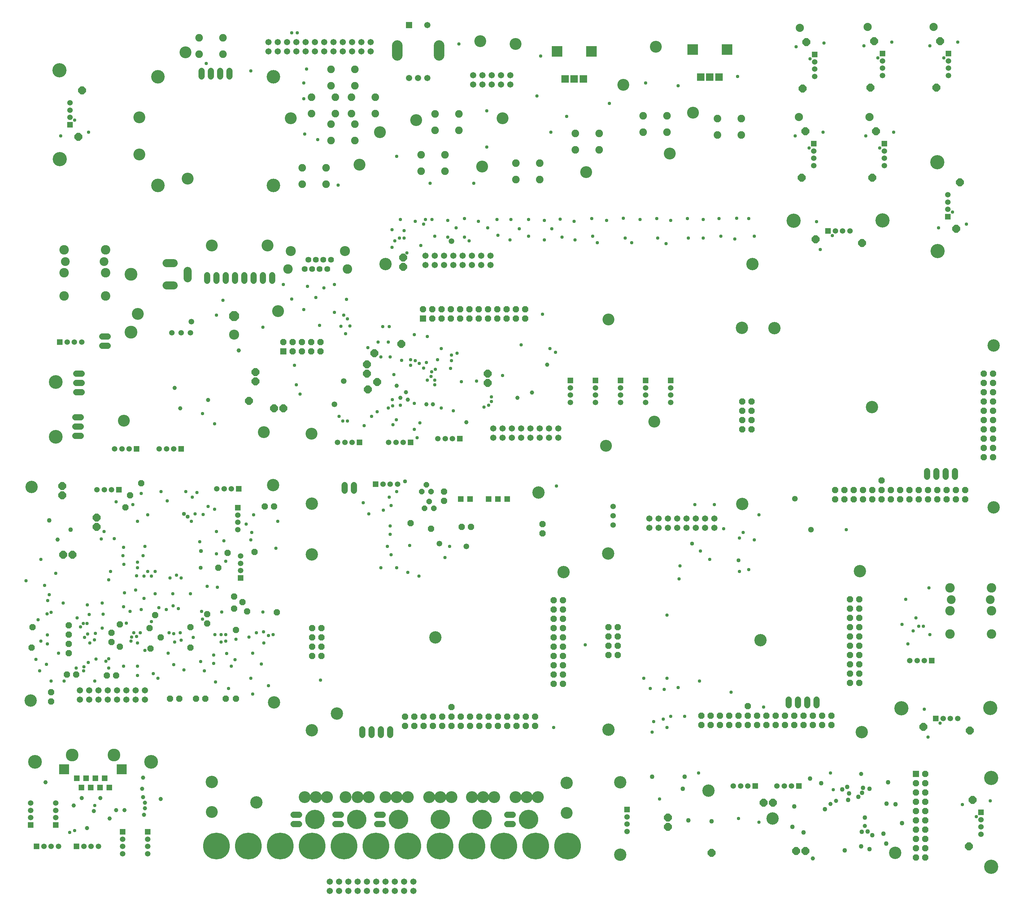
<source format=gbr>
G04 EAGLE Gerber RS-274X export*
G75*
%MOMM*%
%FSLAX34Y34*%
%LPD*%
%INSoldermask Bottom*%
%IPPOS*%
%AMOC8*
5,1,8,0,0,1.08239X$1,22.5*%
G01*
%ADD10C,3.378200*%
%ADD11C,5.283200*%
%ADD12C,2.235200*%
%ADD13C,3.759200*%
%ADD14C,3.251200*%
%ADD15C,3.703200*%
%ADD16C,3.886200*%
%ADD17C,3.505200*%
%ADD18P,2.309387X8X202.500000*%
%ADD19P,2.309387X8X22.500000*%
%ADD20R,2.984500X2.984500*%
%ADD21R,2.003200X2.003200*%
%ADD22P,1.869504X8X112.500000*%
%ADD23P,1.869504X8X22.500000*%
%ADD24C,2.603200*%
%ADD25C,2.403200*%
%ADD26C,2.082800*%
%ADD27R,1.511200X1.511200*%
%ADD28C,1.511200*%
%ADD29P,1.649562X8X22.500000*%
%ADD30C,1.727200*%
%ADD31R,1.600200X1.600200*%
%ADD32C,3.479800*%
%ADD33R,2.679700X2.679700*%
%ADD34P,1.869504X8X202.500000*%
%ADD35C,1.711200*%
%ADD36C,1.625600*%
%ADD37C,2.753200*%
%ADD38R,1.711200X1.711200*%
%ADD39C,2.903200*%
%ADD40R,1.727200X1.727200*%
%ADD41P,2.309387X8X112.500000*%
%ADD42C,2.203200*%
%ADD43C,2.743200*%
%ADD44P,2.969212X8X112.500000*%
%ADD45P,1.869504X8X292.500000*%
%ADD46C,0.959600*%
%ADD47C,1.159600*%
%ADD48C,1.259600*%
%ADD49C,1.553200*%
%ADD50C,7.315200*%
%ADD51C,1.109600*%


D10*
X824230Y943610D03*
X1512570Y895350D03*
X824230Y462280D03*
X1634490Y946150D03*
X2322830Y897890D03*
X1634998Y464566D03*
X2000250Y1563624D03*
X2688336Y1515364D03*
X2001012Y1081786D03*
X1521460Y318770D03*
X1667510Y320040D03*
X673100Y265430D03*
X55880Y543560D03*
X58420Y1127760D03*
X718820Y1132840D03*
X721360Y538480D03*
X1162050Y716280D03*
X2051050Y708660D03*
X2355850Y1346200D03*
X1443990Y1112520D03*
X824230Y1082040D03*
X2688590Y1071880D03*
X2089150Y1562100D03*
X892810Y508000D03*
X2327910Y457200D03*
X551180Y321310D03*
X2084070Y220980D03*
X2419350Y127000D03*
X1908810Y297180D03*
X1667510Y121920D03*
D11*
X833120Y218440D03*
X947420Y218440D03*
X1061720Y218440D03*
X1176020Y218440D03*
X1290320Y218440D03*
X1417320Y218440D03*
D12*
X2158246Y2384044D03*
D13*
X67310Y375920D03*
X384810Y375920D03*
D14*
X551180Y1788160D03*
X703580Y1788160D03*
X478790Y2316480D03*
X353060Y2138680D03*
X767080Y2136140D03*
X485140Y1971040D03*
X1290320Y2004060D03*
X1803400Y2039620D03*
X1381760Y2339340D03*
X1765300Y2331720D03*
X348437Y1601216D03*
X731977Y1608785D03*
X310337Y1309091D03*
X823443Y1273454D03*
X1628546Y1240536D03*
X1635049Y1585849D03*
X353060Y2037080D03*
X1760677Y1306500D03*
X1574800Y1988820D03*
X1676400Y2227580D03*
X1866900Y2151380D03*
X1346200Y2136140D03*
X1109980Y2131060D03*
X955040Y2009140D03*
X1010920Y2098040D03*
X1285240Y2346960D03*
X693420Y1277620D03*
X1521460Y236220D03*
X551180Y238760D03*
D12*
X2343666Y2386584D03*
X2155706Y2140204D03*
X2348746Y2140204D03*
X2524006Y2386584D03*
D10*
X2029460Y1737360D03*
X1026160Y1737360D03*
D13*
X124460Y1414780D03*
X124460Y1264920D03*
D15*
X719340Y2250080D03*
X403340Y2250080D03*
X719340Y1953080D03*
X403340Y1953080D03*
D16*
X2682240Y89408D03*
X2681986Y331978D03*
X2679192Y523240D03*
X2436622Y522986D03*
X134620Y2267712D03*
X134874Y2025142D03*
X2384552Y1856740D03*
X2141982Y1856486D03*
X2534920Y2016252D03*
X2535174Y1773682D03*
D17*
X330200Y1710182D03*
X330200Y1551432D03*
D18*
X236220Y1018540D03*
D19*
X236220Y1043940D03*
D20*
X1494955Y2319020D03*
X1588605Y2319020D03*
D21*
X1516780Y2244020D03*
X1541780Y2244020D03*
X1566780Y2244020D03*
D20*
X1865795Y2324100D03*
X1959445Y2324100D03*
D21*
X1887620Y2249100D03*
X1912620Y2249100D03*
X1937620Y2249100D03*
D22*
X850900Y665480D03*
X825500Y665480D03*
X850900Y690880D03*
X825500Y690880D03*
X850900Y716280D03*
X825500Y716280D03*
X850900Y741680D03*
X825500Y741680D03*
X1661160Y668020D03*
X1635760Y668020D03*
X1661160Y693420D03*
X1635760Y693420D03*
X1661160Y718820D03*
X1635760Y718820D03*
X1661160Y744220D03*
X1635760Y744220D03*
X2026920Y1285240D03*
X2001520Y1285240D03*
X2026920Y1310640D03*
X2001520Y1310640D03*
X2026920Y1336040D03*
X2001520Y1336040D03*
X2026920Y1361440D03*
X2001520Y1361440D03*
X1511300Y589280D03*
X1485900Y589280D03*
X1511300Y614680D03*
X1485900Y614680D03*
X1511300Y640080D03*
X1485900Y640080D03*
X1511300Y665480D03*
X1485900Y665480D03*
X1511300Y690880D03*
X1485900Y690880D03*
X1511300Y716280D03*
X1485900Y716280D03*
X1511300Y741680D03*
X1485900Y741680D03*
X1511300Y767080D03*
X1485900Y767080D03*
X1511300Y792480D03*
X1485900Y792480D03*
X1511300Y817880D03*
X1485900Y817880D03*
X2321560Y591820D03*
X2296160Y591820D03*
X2321560Y617220D03*
X2296160Y617220D03*
X2321560Y642620D03*
X2296160Y642620D03*
X2321560Y668020D03*
X2296160Y668020D03*
X2321560Y693420D03*
X2296160Y693420D03*
X2321560Y718820D03*
X2296160Y718820D03*
X2321560Y744220D03*
X2296160Y744220D03*
X2321560Y769620D03*
X2296160Y769620D03*
X2321560Y795020D03*
X2296160Y795020D03*
X2321560Y820420D03*
X2296160Y820420D03*
X2687320Y1209040D03*
X2661920Y1209040D03*
X2687320Y1234440D03*
X2661920Y1234440D03*
X2687320Y1259840D03*
X2661920Y1259840D03*
X2687320Y1285240D03*
X2661920Y1285240D03*
X2687320Y1310640D03*
X2661920Y1310640D03*
X2687320Y1336040D03*
X2661920Y1336040D03*
X2687320Y1361440D03*
X2661920Y1361440D03*
X2687320Y1386840D03*
X2661920Y1386840D03*
X2687320Y1412240D03*
X2661920Y1412240D03*
X2687320Y1437640D03*
X2661920Y1437640D03*
D23*
X1079246Y474472D03*
X1079246Y499872D03*
X1104646Y474472D03*
X1104646Y499872D03*
X1130046Y474472D03*
X1130046Y499872D03*
X1155446Y474472D03*
X1155446Y499872D03*
X1180846Y474472D03*
X1180846Y499872D03*
X1206246Y474472D03*
X1206246Y499872D03*
X1231646Y474472D03*
X1231646Y499872D03*
X1257046Y474472D03*
X1257046Y499872D03*
X1282446Y474472D03*
X1282446Y499872D03*
X1307846Y474472D03*
X1307846Y499872D03*
X1333246Y474472D03*
X1333246Y499872D03*
X1358646Y474472D03*
X1358646Y499872D03*
X1384046Y474472D03*
X1384046Y499872D03*
X1409446Y474472D03*
X1409446Y499872D03*
X1434846Y474472D03*
X1434846Y499872D03*
X1889252Y477266D03*
X1889252Y502666D03*
X1914652Y477266D03*
X1914652Y502666D03*
X1940052Y477266D03*
X1940052Y502666D03*
X1965452Y477266D03*
X1965452Y502666D03*
X1990852Y477266D03*
X1990852Y502666D03*
X2016252Y477266D03*
X2016252Y502666D03*
X2041652Y477266D03*
X2041652Y502666D03*
X2067052Y477266D03*
X2067052Y502666D03*
X2092452Y477266D03*
X2092452Y502666D03*
X2117852Y477266D03*
X2117852Y502666D03*
X2143252Y477266D03*
X2143252Y502666D03*
X2168652Y477266D03*
X2168652Y502666D03*
X2194052Y477266D03*
X2194052Y502666D03*
X2219452Y477266D03*
X2219452Y502666D03*
X2244852Y477266D03*
X2244852Y502666D03*
X2254758Y1094486D03*
X2254758Y1119886D03*
X2280158Y1094486D03*
X2280158Y1119886D03*
X2305558Y1094486D03*
X2305558Y1119886D03*
X2330958Y1094486D03*
X2330958Y1119886D03*
X2356358Y1094486D03*
X2356358Y1119886D03*
X2381758Y1094486D03*
X2381758Y1119886D03*
X2407158Y1094486D03*
X2407158Y1119886D03*
X2432558Y1094486D03*
X2432558Y1119886D03*
X2457958Y1094486D03*
X2457958Y1119886D03*
X2483358Y1094486D03*
X2483358Y1119886D03*
X2508758Y1094486D03*
X2508758Y1119886D03*
X2534158Y1094486D03*
X2534158Y1119886D03*
X2559558Y1094486D03*
X2559558Y1119886D03*
X2584958Y1094486D03*
X2584958Y1119886D03*
X2610358Y1094486D03*
X2610358Y1119886D03*
D24*
X260000Y1713640D03*
X147000Y1713640D03*
X260000Y1776640D03*
X147000Y1776640D03*
X260000Y1650640D03*
X147000Y1650640D03*
D25*
X150500Y1744640D03*
X256500Y1744640D03*
D26*
X1382268Y2013966D03*
X1447292Y2013966D03*
X1382268Y1968754D03*
X1447292Y1968754D03*
X1544828Y2095246D03*
X1609852Y2095246D03*
X1544828Y2050034D03*
X1609852Y2050034D03*
X1730248Y2143506D03*
X1795272Y2143506D03*
X1730248Y2098294D03*
X1795272Y2098294D03*
X1933448Y2135886D03*
X1998472Y2135886D03*
X1933448Y2090674D03*
X1998472Y2090674D03*
X876808Y2270506D03*
X941832Y2270506D03*
X876808Y2225294D03*
X941832Y2225294D03*
X876808Y2120646D03*
X941832Y2120646D03*
X876808Y2075434D03*
X941832Y2075434D03*
X932688Y2194306D03*
X997712Y2194306D03*
X932688Y2149094D03*
X997712Y2149094D03*
X823468Y2194306D03*
X888492Y2194306D03*
X823468Y2149094D03*
X888492Y2149094D03*
X798068Y2001266D03*
X863092Y2001266D03*
X798068Y1956054D03*
X863092Y1956054D03*
X1123188Y2036826D03*
X1188212Y2036826D03*
X1123188Y1991614D03*
X1188212Y1991614D03*
X1161288Y2148586D03*
X1226312Y2148586D03*
X1161288Y2103374D03*
X1226312Y2103374D03*
D27*
X1531620Y1419380D03*
D28*
X1531620Y1399380D03*
X1531620Y1379380D03*
X1531620Y1359380D03*
D27*
X1600200Y1419380D03*
D28*
X1600200Y1399380D03*
X1600200Y1379380D03*
X1600200Y1359380D03*
D27*
X1668780Y1419380D03*
D28*
X1668780Y1399380D03*
X1668780Y1379380D03*
X1668780Y1359380D03*
D27*
X1737360Y1419380D03*
D28*
X1737360Y1399380D03*
X1737360Y1379380D03*
X1737360Y1359380D03*
D27*
X1805940Y1419380D03*
D28*
X1805940Y1399380D03*
X1805940Y1379380D03*
X1805940Y1359380D03*
D27*
X1231900Y1094740D03*
X1257300Y1094740D03*
X1308100Y1094740D03*
X1333500Y1094740D03*
X1358900Y1094740D03*
D29*
X1125220Y1115060D03*
X1137920Y1134110D03*
X1150620Y1115060D03*
X1132840Y1069340D03*
X1145540Y1088390D03*
X1158240Y1069340D03*
D30*
X914400Y1117600D02*
X914400Y1132840D01*
X939800Y1132840D02*
X939800Y1117600D01*
D28*
X492760Y1549400D03*
X467360Y1549400D03*
X441960Y1549400D03*
D31*
X181610Y331470D03*
X194310Y306070D03*
X207010Y331470D03*
X219710Y306070D03*
X232410Y331470D03*
X245110Y306070D03*
X257810Y331470D03*
X270510Y306070D03*
D32*
X168910Y394970D03*
X283210Y394970D03*
D33*
X147320Y356108D03*
X304800Y356108D03*
D23*
X160020Y723900D03*
X160020Y698500D03*
X111760Y541020D03*
X60960Y744220D03*
X58420Y688340D03*
X111760Y566420D03*
X276860Y728980D03*
X276860Y703580D03*
X154940Y614680D03*
X160020Y749300D03*
X160020Y673100D03*
X180340Y614680D03*
X381000Y741680D03*
X383540Y685800D03*
X264160Y612140D03*
X299720Y751840D03*
X299720Y690880D03*
X289560Y612140D03*
X492760Y744220D03*
X492760Y688340D03*
X436880Y548640D03*
X396240Y777240D03*
X411480Y716280D03*
X462280Y548640D03*
X612140Y795020D03*
X617220Y736600D03*
X508000Y548640D03*
X538480Y779780D03*
X538480Y754380D03*
X533400Y548640D03*
X612140Y828040D03*
X728980Y784860D03*
X589280Y548640D03*
X635000Y812800D03*
X647700Y787400D03*
X617220Y548640D03*
D19*
X144780Y942340D03*
X170180Y942340D03*
X142240Y1130300D03*
X142240Y1104900D03*
D27*
X624360Y1122680D03*
D28*
X604360Y1122680D03*
X584360Y1122680D03*
X564360Y1122680D03*
D27*
X629920Y879320D03*
D28*
X629920Y899320D03*
X629920Y919320D03*
X629920Y939320D03*
D27*
X2036600Y309880D03*
D28*
X2016600Y309880D03*
X1996600Y309880D03*
X1976600Y309880D03*
D27*
X2155980Y309880D03*
D28*
X2135980Y309880D03*
X2115980Y309880D03*
X2095980Y309880D03*
D27*
X954560Y1249680D03*
D28*
X934560Y1249680D03*
X914560Y1249680D03*
X894560Y1249680D03*
D27*
X1094260Y1249680D03*
D28*
X1074260Y1249680D03*
X1054260Y1249680D03*
X1034260Y1249680D03*
X1648460Y1023620D03*
X1648460Y1049020D03*
X1648460Y1074420D03*
D23*
X1455420Y1026160D03*
D34*
X1455420Y1000760D03*
D22*
X1234440Y1018540D03*
X1259840Y1018540D03*
D19*
X1798320Y223520D03*
D18*
X1917700Y127000D03*
D19*
X1798320Y198120D03*
X2174240Y132080D03*
X2148840Y132080D03*
D27*
X1686560Y245900D03*
D28*
X1686560Y225900D03*
X1686560Y205900D03*
X1686560Y185900D03*
D35*
X873760Y22860D03*
X873760Y48260D03*
X899160Y22860D03*
X899160Y48260D03*
X924560Y22860D03*
X924560Y48260D03*
X949960Y22860D03*
X949960Y48260D03*
X975360Y22860D03*
X975360Y48260D03*
X1000760Y22860D03*
X1000760Y48260D03*
X1026160Y22860D03*
X1026160Y48260D03*
X1051560Y22860D03*
X1051560Y48260D03*
X1076960Y22860D03*
X1076960Y48260D03*
X1102360Y22860D03*
X1102360Y48260D03*
D30*
X789940Y205740D02*
X774700Y205740D01*
X774700Y231140D02*
X789940Y231140D01*
X889000Y205740D02*
X904240Y205740D01*
X904240Y231140D02*
X889000Y231140D01*
X1358900Y205740D02*
X1374140Y205740D01*
X1374140Y231140D02*
X1358900Y231140D01*
X1018540Y205740D02*
X1003300Y205740D01*
X1003300Y231140D02*
X1018540Y231140D01*
D27*
X296700Y1120140D03*
D28*
X276700Y1120140D03*
X256700Y1120140D03*
X236700Y1120140D03*
D18*
X2085340Y264160D03*
X2059940Y264160D03*
D27*
X466880Y1231900D03*
D28*
X446880Y1231900D03*
X426880Y1231900D03*
X406880Y1231900D03*
D27*
X344960Y1231900D03*
D28*
X324960Y1231900D03*
X304960Y1231900D03*
X284960Y1231900D03*
D19*
X652180Y1363220D03*
X746160Y1342900D03*
X720760Y1342900D03*
X669960Y1416560D03*
X669960Y1441960D03*
D27*
X124460Y203680D03*
D28*
X124460Y223680D03*
X124460Y243680D03*
X124460Y263680D03*
D27*
X71600Y144780D03*
D28*
X91600Y144780D03*
X111600Y144780D03*
X131600Y144780D03*
D27*
X55880Y203680D03*
D28*
X55880Y223680D03*
X55880Y243680D03*
X55880Y263680D03*
D27*
X180820Y144780D03*
D28*
X200820Y144780D03*
X220820Y144780D03*
X240820Y144780D03*
D27*
X307340Y184940D03*
D28*
X307340Y164940D03*
X307340Y144940D03*
X307340Y124940D03*
D27*
X375920Y184940D03*
D28*
X375920Y164940D03*
X375920Y144940D03*
X375920Y124940D03*
D27*
X2199140Y2310920D03*
D28*
X2199140Y2290920D03*
X2199140Y2270920D03*
X2199140Y2250920D03*
D19*
X2166120Y2217420D03*
X2176280Y2344420D03*
D36*
X876440Y1749920D03*
X866240Y1724520D03*
X856040Y1749920D03*
X845840Y1724520D03*
X835640Y1749920D03*
X825440Y1724520D03*
X815240Y1749920D03*
X805040Y1724520D03*
D24*
X921990Y1724520D03*
X759490Y1724520D03*
D37*
X915140Y1772920D03*
X766340Y1772920D03*
D26*
X516128Y2356866D03*
X581152Y2356866D03*
X516128Y2311654D03*
X581152Y2311654D03*
D30*
X716280Y1706880D02*
X716280Y1691640D01*
X690880Y1691640D02*
X690880Y1706880D01*
X665480Y1706880D02*
X665480Y1691640D01*
X640080Y1691640D02*
X640080Y1706880D01*
X614680Y1706880D02*
X614680Y1691640D01*
X589280Y1691640D02*
X589280Y1706880D01*
X563880Y1706880D02*
X563880Y1691640D01*
X538480Y1691640D02*
X538480Y1706880D01*
X266700Y1513840D02*
X251460Y1513840D01*
X251460Y1539240D02*
X266700Y1539240D01*
D35*
X985520Y2319720D03*
X985520Y2345120D03*
X960120Y2319720D03*
X960120Y2345120D03*
X934720Y2319720D03*
X934720Y2345120D03*
X909320Y2319720D03*
X909320Y2345120D03*
X883920Y2319720D03*
X883920Y2345120D03*
X858520Y2319720D03*
X858520Y2345120D03*
X833120Y2319720D03*
X833120Y2345120D03*
X807720Y2319720D03*
X807720Y2345120D03*
X782320Y2319720D03*
X782320Y2345120D03*
X756920Y2319720D03*
X756920Y2345120D03*
X731520Y2319720D03*
X731520Y2345120D03*
X706120Y2319720D03*
X706120Y2345120D03*
X1140060Y2391560D03*
D38*
X1090060Y2391560D03*
D35*
X1090060Y2246560D03*
X1115060Y2246560D03*
X1140060Y2246560D03*
D39*
X1058060Y2308060D02*
X1058060Y2335060D01*
X1172060Y2335060D02*
X1172060Y2308060D01*
D35*
X1366980Y2229220D03*
X1366980Y2254620D03*
X1341580Y2229220D03*
X1341580Y2254620D03*
X1316180Y2229220D03*
X1316180Y2254620D03*
X1290780Y2229220D03*
X1290780Y2254620D03*
X1265380Y2229220D03*
X1265380Y2254620D03*
D30*
X522620Y2250420D02*
X522620Y2265660D01*
X548020Y2265660D02*
X548020Y2250420D01*
X573420Y2250420D02*
X573420Y2265660D01*
X598820Y2265660D02*
X598820Y2250420D01*
D40*
X746760Y1498600D03*
D23*
X746760Y1524000D03*
X772160Y1498600D03*
X772160Y1524000D03*
X797560Y1498600D03*
X797560Y1524000D03*
X822960Y1498600D03*
X822960Y1524000D03*
X848360Y1498600D03*
X848360Y1524000D03*
D40*
X1128344Y1589049D03*
D23*
X1128344Y1614449D03*
X1153744Y1589049D03*
X1153744Y1614449D03*
X1179144Y1589049D03*
X1179144Y1614449D03*
X1204544Y1589049D03*
X1204544Y1614449D03*
X1229944Y1589049D03*
X1229944Y1614449D03*
X1255344Y1589049D03*
X1255344Y1614449D03*
X1280744Y1589049D03*
X1280744Y1614449D03*
X1306144Y1589049D03*
X1306144Y1614449D03*
X1331544Y1589049D03*
X1331544Y1614449D03*
X1356944Y1589049D03*
X1356944Y1614449D03*
X1382344Y1589049D03*
X1382344Y1614449D03*
X1407744Y1589049D03*
X1407744Y1614449D03*
D30*
X193040Y1292860D02*
X177800Y1292860D01*
X177800Y1267460D02*
X193040Y1267460D01*
X193040Y1318260D02*
X177800Y1318260D01*
X180340Y1412240D02*
X195580Y1412240D01*
X195580Y1386840D02*
X180340Y1386840D01*
X180340Y1437640D02*
X195580Y1437640D01*
D27*
X2384560Y2313460D03*
D28*
X2384560Y2293460D03*
X2384560Y2273460D03*
X2384560Y2253460D03*
D19*
X2351540Y2219960D03*
X2361700Y2346960D03*
D27*
X2196600Y2067080D03*
D28*
X2196600Y2047080D03*
X2196600Y2027080D03*
X2196600Y2007080D03*
D19*
X2163580Y1973580D03*
X2173740Y2100580D03*
D27*
X2389640Y2067080D03*
D28*
X2389640Y2047080D03*
X2389640Y2027080D03*
X2389640Y2007080D03*
D19*
X2356620Y1973580D03*
X2366780Y2100580D03*
D27*
X163060Y2118840D03*
D28*
X163060Y2138840D03*
X163060Y2158840D03*
X163060Y2178840D03*
D18*
X196080Y2212340D03*
X185920Y2085340D03*
D27*
X2563360Y1867380D03*
D28*
X2563360Y1887380D03*
X2563360Y1907380D03*
X2563360Y1927380D03*
D18*
X2596380Y1960880D03*
X2586220Y1833880D03*
D27*
X2235680Y1828300D03*
D28*
X2255680Y1828300D03*
X2275680Y1828300D03*
X2295680Y1828300D03*
D41*
X2329180Y1795280D03*
X2202180Y1805440D03*
D27*
X2564900Y2313460D03*
D28*
X2564900Y2293460D03*
X2564900Y2273460D03*
X2564900Y2253460D03*
D19*
X2531880Y2219960D03*
X2542040Y2346960D03*
D27*
X2653800Y238280D03*
D28*
X2653800Y218280D03*
X2653800Y198280D03*
X2653800Y178280D03*
D19*
X2620780Y144780D03*
X2630940Y271780D03*
D27*
X2530320Y494800D03*
D28*
X2550320Y494800D03*
X2570320Y494800D03*
X2590320Y494800D03*
D41*
X2623820Y461780D03*
X2496820Y471940D03*
D27*
X622300Y1071400D03*
D28*
X622300Y1051400D03*
X622300Y1031400D03*
X622300Y1011400D03*
D27*
X1228880Y1259840D03*
D28*
X1208880Y1259840D03*
X1188880Y1259840D03*
X1168880Y1259840D03*
D42*
X446880Y1678940D02*
X426880Y1678940D01*
X484880Y1698940D02*
X484880Y1718940D01*
X446880Y1739940D02*
X426880Y1739940D01*
D43*
X612140Y1544320D03*
D44*
X612140Y1595120D03*
D24*
X2569560Y789080D03*
X2682560Y789080D03*
X2569560Y852080D03*
X2682560Y852080D03*
X2569560Y726080D03*
X2682560Y726080D03*
D25*
X2679060Y820080D03*
X2573060Y820080D03*
D27*
X135100Y1524000D03*
D28*
X155100Y1524000D03*
X175100Y1524000D03*
X195100Y1524000D03*
D27*
X998700Y1135380D03*
D28*
X1018700Y1135380D03*
X1038700Y1135380D03*
X1058700Y1135380D03*
D27*
X2519200Y652780D03*
D28*
X2499200Y652780D03*
X2479200Y652780D03*
X2459200Y652780D03*
D40*
X2476500Y342900D03*
D45*
X2501900Y342900D03*
X2476500Y317500D03*
X2501900Y317500D03*
X2476500Y292100D03*
X2501900Y292100D03*
X2476500Y266700D03*
X2501900Y266700D03*
X2476500Y241300D03*
X2501900Y241300D03*
X2476500Y215900D03*
X2501900Y215900D03*
X2476500Y190500D03*
X2501900Y190500D03*
X2476500Y165100D03*
X2501900Y165100D03*
X2476500Y139700D03*
X2501900Y139700D03*
X2476500Y114300D03*
X2501900Y114300D03*
D35*
X1747520Y1016000D03*
X1747520Y1041400D03*
X1772920Y1016000D03*
X1772920Y1041400D03*
X1798320Y1016000D03*
X1798320Y1041400D03*
X1823720Y1016000D03*
X1823720Y1041400D03*
X1849120Y1016000D03*
X1849120Y1041400D03*
X1874520Y1016000D03*
X1874520Y1041400D03*
X1899920Y1016000D03*
X1899920Y1041400D03*
X1925320Y1016000D03*
X1925320Y1041400D03*
X1320800Y1262380D03*
X1320800Y1287780D03*
X1346200Y1262380D03*
X1346200Y1287780D03*
X1371600Y1262380D03*
X1371600Y1287780D03*
X1397000Y1262380D03*
X1397000Y1287780D03*
X1422400Y1262380D03*
X1422400Y1287780D03*
X1447800Y1262380D03*
X1447800Y1287780D03*
X1473200Y1262380D03*
X1473200Y1287780D03*
X1498600Y1262380D03*
X1498600Y1287780D03*
D19*
X1074420Y1755140D03*
X1074420Y1729740D03*
D35*
X1313180Y1734820D03*
X1313180Y1760220D03*
X1287780Y1734820D03*
X1287780Y1760220D03*
X1262380Y1734820D03*
X1262380Y1760220D03*
X1236980Y1734820D03*
X1236980Y1760220D03*
X1211580Y1734820D03*
X1211580Y1760220D03*
X1186180Y1734820D03*
X1186180Y1760220D03*
X1160780Y1734820D03*
X1160780Y1760220D03*
X1135380Y1734820D03*
X1135380Y1760220D03*
X190500Y546100D03*
X190500Y571500D03*
X215900Y546100D03*
X215900Y571500D03*
X241300Y546100D03*
X241300Y571500D03*
X266700Y546100D03*
X266700Y571500D03*
X292100Y546100D03*
X292100Y571500D03*
X317500Y546100D03*
X317500Y571500D03*
X342900Y546100D03*
X342900Y571500D03*
X368300Y546100D03*
X368300Y571500D03*
D23*
X568960Y906780D03*
X594360Y947420D03*
X668020Y949960D03*
X695960Y1074420D03*
X721360Y1074420D03*
X358140Y1137920D03*
D19*
X975360Y1463040D03*
X975360Y1437640D03*
X977900Y1394460D03*
D23*
X327660Y1104900D03*
X314960Y1071880D03*
D19*
X1003300Y1414780D03*
X995680Y1493520D03*
X1069340Y1518920D03*
D30*
X962660Y464820D02*
X962660Y449580D01*
X988060Y449580D02*
X988060Y464820D01*
X1013460Y464820D02*
X1013460Y449580D01*
X1038860Y449580D02*
X1038860Y464820D01*
X2204720Y530860D02*
X2204720Y546100D01*
X2179320Y546100D02*
X2179320Y530860D01*
X2153920Y530860D02*
X2153920Y546100D01*
X2128520Y546100D02*
X2128520Y530860D01*
X2583180Y1155700D02*
X2583180Y1170940D01*
X2557780Y1170940D02*
X2557780Y1155700D01*
X2532380Y1155700D02*
X2532380Y1170940D01*
X2506980Y1170940D02*
X2506980Y1155700D01*
D23*
X1206500Y525780D03*
X2016760Y528320D03*
X2382520Y1145540D03*
X1094740Y1028700D03*
X1150620Y1013460D03*
X1186180Y1115060D03*
X1186180Y1089660D03*
D19*
X1305560Y1412240D03*
X1305560Y1437640D03*
D46*
X347980Y906780D03*
X274320Y896620D03*
X93980Y858520D03*
X692432Y731520D03*
X576580Y723900D03*
X447040Y726440D03*
X337820Y728980D03*
X209804Y754479D03*
X101600Y723323D03*
X43180Y871220D03*
D47*
X129179Y983925D03*
D48*
X165100Y1010920D03*
D46*
X284480Y986940D03*
X307485Y939945D03*
X454660Y886460D03*
X467360Y878840D03*
X527272Y1052578D03*
X731520Y1033780D03*
X665480Y1051560D03*
X584200Y980440D03*
X589280Y924560D03*
X566420Y853440D03*
X342900Y845820D03*
X363220Y939800D03*
X358140Y1109980D03*
X497840Y1099820D03*
X429311Y1090066D03*
X289560Y1087120D03*
D48*
X106680Y1036320D03*
D46*
X248920Y985520D03*
X309880Y962660D03*
X347980Y922020D03*
X444500Y835688D03*
X492760Y835660D03*
X538480Y855980D03*
X563880Y944880D03*
X563880Y1005840D03*
X558800Y1066800D03*
X480060Y1115060D03*
X411683Y1115136D03*
X335280Y1079500D03*
X347980Y1033780D03*
X726440Y960120D03*
X660400Y1003300D03*
X495300Y1033780D03*
X657860Y982980D03*
X541020Y1074420D03*
X645160Y1026160D03*
X368300Y965200D03*
X269240Y873760D03*
X309982Y916254D03*
X256540Y1005840D03*
X518160Y977900D03*
X396240Y896620D03*
X386080Y883920D03*
X375920Y1051560D03*
X396240Y835660D03*
X344678Y885160D03*
X312420Y838200D03*
X144780Y810260D03*
X365760Y822960D03*
X365760Y883920D03*
X375920Y896620D03*
X2034540Y1813560D03*
X1986280Y1862993D03*
X1943100Y1813560D03*
X1894840Y1859280D03*
X1854200Y1808480D03*
X1805940Y1856740D03*
X1770380Y1808480D03*
X1722120Y1859280D03*
X1681480Y1808480D03*
X1630680Y1856740D03*
X1592580Y1813560D03*
X1541780Y1854200D03*
X1508760Y1811020D03*
X1460500Y1856740D03*
X1417320Y1813560D03*
X1369060Y1859280D03*
X1333500Y1816100D03*
X1280160Y1854200D03*
X1242060Y1811020D03*
X1196340Y1856740D03*
X1160780Y1813560D03*
X1107440Y1854200D03*
X1064260Y1808480D03*
X1043940Y1831340D03*
X1122680Y1788160D03*
X1084580Y1767840D03*
X1981200Y1805940D03*
X1894840Y1808480D03*
X1793240Y1793240D03*
X1699260Y1795780D03*
X1605280Y1795780D03*
X1544320Y1803400D03*
X1460500Y1803400D03*
X1366520Y1803400D03*
X1254760Y1800860D03*
X1196340Y1811020D03*
X1076960Y1808480D03*
X1043940Y1783080D03*
X1051560Y1800860D03*
X2019300Y1861820D03*
X1938020Y1861820D03*
X1851660Y1861820D03*
X1767840Y1861820D03*
X1676400Y1862993D03*
X1590040Y1861820D03*
X1503680Y1860453D03*
X1417320Y1859280D03*
X1330960Y1859280D03*
X1242060Y1861820D03*
X1153160Y1859280D03*
X1066800Y1859280D03*
X1130300Y1846580D03*
X1135380Y1859280D03*
D49*
X1206500Y1800742D03*
D50*
X563245Y146368D03*
X650558Y146368D03*
X737870Y146368D03*
X825183Y146368D03*
X912495Y146368D03*
X999808Y146368D03*
X1087120Y146368D03*
X1174433Y146368D03*
X1261745Y146368D03*
X1349058Y146368D03*
X1436370Y146368D03*
X1523683Y146368D03*
D46*
X965200Y1084580D03*
X1188720Y934720D03*
X1041400Y1076960D03*
X1030565Y965608D03*
X1041400Y942340D03*
X1019948Y1064260D03*
X1038860Y1021080D03*
X1038860Y998220D03*
X1485900Y469900D03*
X1788160Y574040D03*
X1805940Y500380D03*
X2286000Y1010920D03*
X1785620Y492760D03*
X1795780Y604520D03*
X1887220Y952500D03*
X2059940Y525780D03*
X1925320Y1079500D03*
X2019300Y901700D03*
X1993900Y988060D03*
X1828800Y876300D03*
X1993900Y896620D03*
X1795780Y777240D03*
X1871980Y1079500D03*
X1884680Y596900D03*
X1831340Y911860D03*
X1912620Y929640D03*
X1732280Y604520D03*
X2047240Y1051560D03*
X2034540Y982980D03*
X1971040Y566420D03*
X2004060Y1003300D03*
X1950720Y1013460D03*
X1750060Y576580D03*
X1758950Y486410D03*
X1755140Y457200D03*
X1795780Y469900D03*
X1826260Y579120D03*
X1844040Y500380D03*
D51*
X1864360Y972820D03*
D46*
X1480820Y1833880D03*
X1391920Y1833880D03*
X1305560Y1836420D03*
X1219200Y1836420D03*
X1076960Y1828800D03*
X269240Y632940D03*
X403860Y604520D03*
X436880Y878840D03*
X83820Y929640D03*
X331361Y717659D03*
X693420Y701040D03*
X576580Y703580D03*
X449580Y703580D03*
X217198Y701040D03*
X101628Y698500D03*
X69562Y656878D03*
X80160Y624840D03*
X99060Y642620D03*
X124460Y891540D03*
X111760Y596900D03*
X100261Y781340D03*
X102008Y817514D03*
X251460Y810260D03*
X215721Y778943D03*
X327660Y787400D03*
X347980Y637540D03*
X447040Y641740D03*
X445049Y802668D03*
X578206Y785978D03*
X603971Y637568D03*
X685876Y643687D03*
X690778Y786359D03*
X652540Y717160D03*
X261544Y651078D03*
X234569Y657606D03*
X523240Y787400D03*
X132080Y673100D03*
X147320Y596900D03*
X111760Y784860D03*
X106680Y833120D03*
X76200Y764540D03*
X83820Y706120D03*
X180340Y632460D03*
X213360Y647700D03*
X200660Y624840D03*
X203200Y716280D03*
X201168Y636270D03*
X229921Y709473D03*
X231140Y596900D03*
X182880Y769620D03*
X210820Y805180D03*
X199136Y754634D03*
X232197Y727775D03*
X254000Y779780D03*
X210931Y726329D03*
X251460Y741680D03*
X191770Y745744D03*
X368300Y681510D03*
X330200Y706120D03*
X347980Y701040D03*
X309880Y637540D03*
X269240Y657860D03*
X347980Y612140D03*
X391160Y617220D03*
X345440Y718820D03*
X386080Y759460D03*
X355600Y728980D03*
X358140Y792480D03*
X431800Y673100D03*
X474980Y627380D03*
X520700Y650240D03*
X467360Y708660D03*
X500380Y716280D03*
X464820Y728980D03*
X426720Y792480D03*
X434340Y728980D03*
X459740Y795020D03*
X406400Y797560D03*
X556260Y668020D03*
X561340Y594360D03*
X530860Y624840D03*
X591693Y672973D03*
X614680Y655320D03*
X556260Y645160D03*
X596900Y576580D03*
X589280Y706120D03*
X617220Y711200D03*
X589280Y723900D03*
X559272Y724154D03*
X525671Y766971D03*
X657860Y604520D03*
X662912Y673100D03*
X706120Y721360D03*
X662940Y561340D03*
X718820Y723900D03*
X706120Y584200D03*
X317500Y755782D03*
X309880Y800100D03*
X673100Y728980D03*
D47*
X448980Y1398780D03*
X464220Y1342900D03*
X624840Y1501140D03*
X1425880Y1386650D03*
X1468120Y1462322D03*
D46*
X792480Y1381760D03*
X1104900Y1356360D03*
X1104900Y1285240D03*
X1112520Y1262380D03*
X1211580Y1336040D03*
X1178560Y1506220D03*
X1140460Y1539240D03*
X1104900Y1544320D03*
X1013460Y1483360D03*
X1049020Y1435100D03*
X1003300Y1333500D03*
X1160780Y1419860D03*
X1117722Y1465580D03*
X967740Y1295400D03*
X812800Y1676400D03*
X802640Y1612900D03*
X563880Y1597660D03*
X1201420Y965200D03*
D49*
X2189480Y1010920D03*
X2144685Y1096355D03*
X1173480Y972820D03*
D48*
X1854200Y215900D03*
X1844040Y335280D03*
X2217420Y317500D03*
X2349500Y302260D03*
X2395474Y261926D03*
X2357120Y175260D03*
X2169160Y183336D03*
X2227580Y246380D03*
X1755140Y335280D03*
X2186940Y330200D03*
X2288540Y307340D03*
X2400300Y320040D03*
X2420061Y260425D03*
X2387600Y180002D03*
X2143760Y254000D03*
X2438400Y208280D03*
X2336800Y223520D03*
X1917700Y213360D03*
D46*
X1991360Y220980D03*
D47*
X2326437Y342900D03*
D48*
X2281058Y134504D03*
X2138680Y198120D03*
D46*
X2047240Y210820D03*
D48*
X2326640Y144780D03*
X1838960Y302260D03*
D46*
X2250440Y299720D03*
D48*
X2274368Y300799D03*
D46*
X1775460Y274320D03*
D48*
X2349500Y137160D03*
X2327656Y184658D03*
X2395220Y152400D03*
X2344420Y185420D03*
D46*
X2242820Y345440D03*
X1882140Y345440D03*
D48*
X2331720Y304800D03*
X2329180Y291950D03*
X2318258Y280416D03*
X2293620Y289560D03*
X2291080Y271780D03*
D47*
X2336800Y200660D03*
X2194560Y111760D03*
X2258060Y269240D03*
X2242820Y260902D03*
X1386840Y1371600D03*
D46*
X525780Y1328420D03*
X845820Y1569720D03*
X911860Y1597660D03*
X782320Y1407160D03*
X1033780Y1343660D03*
X1120140Y1303020D03*
X1455420Y1600200D03*
X1168400Y1475740D03*
X1107440Y1473200D03*
X1038860Y1483360D03*
X1178560Y1343660D03*
X1130300Y1452880D03*
X1275080Y1417320D03*
X1160780Y1407160D03*
X1233170Y1416050D03*
X558800Y1300480D03*
D49*
X911860Y1417320D03*
X886460Y1353820D03*
X1247140Y965200D03*
D47*
X540420Y1365760D03*
D46*
X746760Y1681480D03*
X769620Y1641828D03*
X886460Y1681480D03*
X919480Y1640840D03*
X857250Y1672590D03*
X175548Y188248D03*
X162560Y182880D03*
D47*
X289440Y243960D03*
X172805Y256625D03*
X209848Y194783D03*
X96520Y320040D03*
X363220Y279400D03*
X246380Y276860D03*
X195580Y276860D03*
X360680Y302260D03*
D46*
X230830Y256910D03*
D47*
X368300Y264160D03*
D46*
X2224540Y2341880D03*
X2148340Y2331720D03*
X2186440Y2298700D03*
D47*
X365760Y231140D03*
X368300Y248920D03*
X312420Y243840D03*
X271780Y220980D03*
X228600Y241300D03*
X363220Y332740D03*
X411480Y274320D03*
D49*
X494540Y1579880D03*
D47*
X1155700Y1353820D03*
X1056640Y1404620D03*
X1082040Y1386840D03*
X1087120Y1366520D03*
D46*
X1045101Y1349901D03*
D47*
X1066800Y1371600D03*
D46*
X1044222Y1366520D03*
X802640Y2232660D03*
X896620Y1953260D03*
X1267460Y1958340D03*
X1303020Y2057400D03*
X1478280Y2098040D03*
X1638300Y2176780D03*
X1826260Y2225040D03*
X1988820Y2250440D03*
X535940Y2286000D03*
X1450340Y2306320D03*
X1056640Y2032000D03*
X805180Y2092960D03*
X840740Y2077720D03*
X1148080Y1958340D03*
X1226820Y2339340D03*
X1303020Y2156460D03*
X769620Y2369820D03*
X1440180Y2197100D03*
X784860Y2369820D03*
X1521460Y2141220D03*
X1737360Y2232660D03*
X657860Y2265680D03*
X810260Y2270760D03*
X802640Y2189480D03*
X922020Y1587500D03*
X1475740Y1506220D03*
X835660Y1645920D03*
X1490980Y1496060D03*
X886460Y1605280D03*
X1397000Y1516380D03*
X1346200Y1432560D03*
X977900Y1508760D03*
X1203332Y1452442D03*
X916940Y1546860D03*
X1221740Y1493520D03*
X1206500Y1473200D03*
X1206500Y1488440D03*
X690880Y1564640D03*
X581660Y1638300D03*
X777240Y1460500D03*
X1046371Y1298049D03*
X1055261Y1312019D03*
X1066800Y1351562D03*
X988060Y1320800D03*
X1005840Y1524000D03*
X1036320Y1566616D03*
X928370Y1568450D03*
X922020Y1308100D03*
X909320Y1308100D03*
X904023Y1567398D03*
X899160Y1320800D03*
X1295400Y1346200D03*
X1308100Y1351280D03*
X1315611Y1361549D03*
X1315611Y1374249D03*
X1094740Y1460500D03*
X1094486Y1475740D03*
X1018540Y1566616D03*
X1033780Y1524000D03*
X1137920Y1468120D03*
X1070211Y1474071D03*
X1150366Y1430020D03*
X1152144Y1442720D03*
X1162304Y1449804D03*
X1140018Y1420085D03*
X2409960Y2344420D03*
X2333760Y2334260D03*
X2371860Y2301240D03*
X2222000Y2098040D03*
X2145800Y2087880D03*
X2183900Y2054860D03*
X2415040Y2098040D03*
X2338840Y2087880D03*
X2376940Y2054860D03*
X137660Y2087880D03*
X213860Y2098040D03*
X175760Y2131060D03*
X2537960Y1836420D03*
X2614160Y1846580D03*
X2576060Y1879600D03*
X2204720Y1853700D03*
X2214880Y1777500D03*
X2247900Y1815600D03*
X2590300Y2344420D03*
X2514100Y2334260D03*
X2552200Y2301240D03*
X2679200Y269240D03*
X2603000Y259080D03*
X2641100Y226060D03*
X2499360Y520200D03*
X2509520Y444000D03*
X2542540Y482100D03*
X505460Y1054100D03*
X510540Y1112520D03*
X1036320Y1099820D03*
X1013460Y906780D03*
X1087120Y894080D03*
X1056640Y906780D03*
X1056640Y1115060D03*
D51*
X1079500Y1143000D03*
D46*
X1493520Y1130300D03*
X980440Y1054100D03*
X1117600Y883920D03*
X1572260Y695960D03*
X1092200Y967740D03*
X848360Y599440D03*
X2514600Y723900D03*
X2448560Y820420D03*
X2512060Y851944D03*
X2496820Y746760D03*
X2468372Y734060D03*
X2438400Y751840D03*
X2484120Y746760D03*
X2476500Y769620D03*
X2453736Y698596D03*
D14*
X1381760Y279400D03*
X1412240Y279400D03*
X1442720Y279400D03*
X1323340Y279400D03*
X1292860Y279400D03*
X1262380Y279400D03*
X1206500Y279400D03*
X1176020Y279400D03*
X1145540Y279400D03*
X1087120Y279400D03*
X1056640Y279400D03*
X1026160Y279400D03*
X980440Y279400D03*
X949960Y279400D03*
X916940Y279400D03*
X866140Y279400D03*
X835660Y279400D03*
X805180Y279400D03*
D47*
X1137920Y1353820D03*
X1247140Y1304842D03*
D51*
X520700Y906780D03*
X521168Y952500D03*
X485140Y1046480D03*
X474980Y1054100D03*
X1991360Y927100D03*
M02*

</source>
